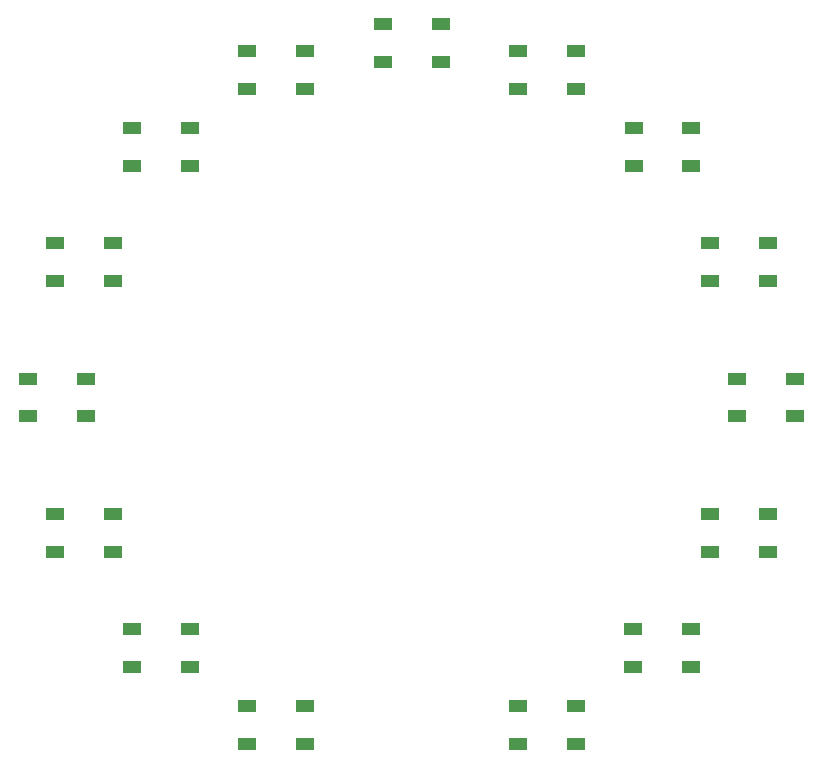
<source format=gbr>
%TF.GenerationSoftware,KiCad,Pcbnew,(6.0.5)*%
%TF.CreationDate,2022-11-18T19:29:44+05:30*%
%TF.ProjectId,Ball Lamp,42616c6c-204c-4616-9d70-2e6b69636164,rev?*%
%TF.SameCoordinates,Original*%
%TF.FileFunction,Paste,Top*%
%TF.FilePolarity,Positive*%
%FSLAX46Y46*%
G04 Gerber Fmt 4.6, Leading zero omitted, Abs format (unit mm)*
G04 Created by KiCad (PCBNEW (6.0.5)) date 2022-11-18 19:29:44*
%MOMM*%
%LPD*%
G01*
G04 APERTURE LIST*
%ADD10R,1.500000X1.000000*%
G04 APERTURE END LIST*
D10*
%TO.C,D3*%
X23663200Y-22813200D03*
X23663200Y-19613200D03*
X18763200Y-19613200D03*
X18763200Y-22813200D03*
%TD*%
%TO.C,D13*%
X13930500Y26116400D03*
X13930500Y29316400D03*
X9030500Y29316400D03*
X9030500Y26116400D03*
%TD*%
%TO.C,D6*%
X-18763200Y-22813200D03*
X-18763200Y-19613200D03*
X-23663200Y-19613200D03*
X-23663200Y-22813200D03*
%TD*%
%TO.C,D2*%
X30166400Y-13080500D03*
X30166400Y-9880500D03*
X25266400Y-9880500D03*
X25266400Y-13080500D03*
%TD*%
%TO.C,D10*%
X-18763200Y19613200D03*
X-18763200Y22813200D03*
X-23663200Y22813200D03*
X-23663200Y19613200D03*
%TD*%
%TO.C,D14*%
X23682000Y19613200D03*
X23682000Y22813200D03*
X18782000Y22813200D03*
X18782000Y19613200D03*
%TD*%
%TO.C,D1*%
X32450000Y-1600000D03*
X32450000Y1600000D03*
X27550000Y1600000D03*
X27550000Y-1600000D03*
%TD*%
%TO.C,D8*%
X-27550000Y-1600000D03*
X-27550000Y1600000D03*
X-32450000Y1600000D03*
X-32450000Y-1600000D03*
%TD*%
%TO.C,D9*%
X-25266400Y9880500D03*
X-25266400Y13080500D03*
X-30166400Y13080500D03*
X-30166400Y9880500D03*
%TD*%
%TO.C,D5*%
X-9030500Y-29316400D03*
X-9030500Y-26116400D03*
X-13930500Y-26116400D03*
X-13930500Y-29316400D03*
%TD*%
%TO.C,D7*%
X-25266400Y-13080500D03*
X-25266400Y-9880500D03*
X-30166400Y-9880500D03*
X-30166400Y-13080500D03*
%TD*%
%TO.C,D11*%
X-9030500Y26116400D03*
X-9030500Y29316400D03*
X-13930500Y29316400D03*
X-13930500Y26116400D03*
%TD*%
%TO.C,D15*%
X30166400Y9880500D03*
X30166400Y13080500D03*
X25266400Y13080500D03*
X25266400Y9880500D03*
%TD*%
%TO.C,D12*%
X2450000Y28400000D03*
X2450000Y31600000D03*
X-2450000Y31600000D03*
X-2450000Y28400000D03*
%TD*%
%TO.C,D4*%
X13930500Y-29316400D03*
X13930500Y-26116400D03*
X9030500Y-26116400D03*
X9030500Y-29316400D03*
%TD*%
M02*

</source>
